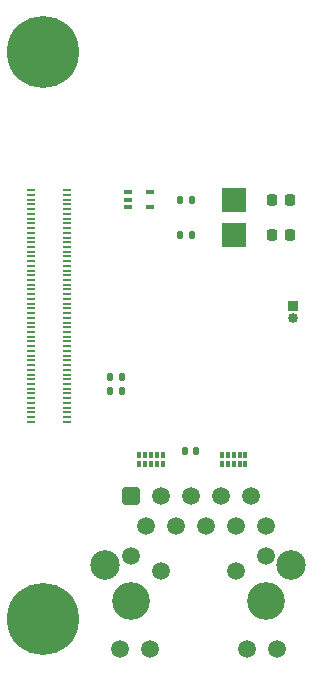
<source format=gbr>
G04 #@! TF.GenerationSoftware,KiCad,Pcbnew,(5.99.0-10539-g7356f9568d)*
G04 #@! TF.CreationDate,2021-06-02T15:47:54+01:00*
G04 #@! TF.ProjectId,CM4IOv5,434d3449-4f76-4352-9e6b-696361645f70,rev?*
G04 #@! TF.SameCoordinates,Original*
G04 #@! TF.FileFunction,Soldermask,Top*
G04 #@! TF.FilePolarity,Negative*
%FSLAX46Y46*%
G04 Gerber Fmt 4.6, Leading zero omitted, Abs format (unit mm)*
G04 Created by KiCad (PCBNEW (5.99.0-10539-g7356f9568d)) date 2021-06-02 15:47:54*
%MOMM*%
%LPD*%
G01*
G04 APERTURE LIST*
G04 Aperture macros list*
%AMRoundRect*
0 Rectangle with rounded corners*
0 $1 Rounding radius*
0 $2 $3 $4 $5 $6 $7 $8 $9 X,Y pos of 4 corners*
0 Add a 4 corners polygon primitive as box body*
4,1,4,$2,$3,$4,$5,$6,$7,$8,$9,$2,$3,0*
0 Add four circle primitives for the rounded corners*
1,1,$1+$1,$2,$3*
1,1,$1+$1,$4,$5*
1,1,$1+$1,$6,$7*
1,1,$1+$1,$8,$9*
0 Add four rect primitives between the rounded corners*
20,1,$1+$1,$2,$3,$4,$5,0*
20,1,$1+$1,$4,$5,$6,$7,0*
20,1,$1+$1,$6,$7,$8,$9,0*
20,1,$1+$1,$8,$9,$2,$3,0*%
G04 Aperture macros list end*
%ADD10RoundRect,0.135000X0.135000X0.185000X-0.135000X0.185000X-0.135000X-0.185000X0.135000X-0.185000X0*%
%ADD11R,0.650000X0.400000*%
%ADD12R,0.300000X0.550000*%
%ADD13R,0.400000X0.550000*%
%ADD14R,2.000000X2.000000*%
%ADD15RoundRect,0.218750X-0.218750X-0.256250X0.218750X-0.256250X0.218750X0.256250X-0.218750X0.256250X0*%
%ADD16R,0.700000X0.200000*%
%ADD17C,6.100000*%
%ADD18R,0.850000X0.850000*%
%ADD19O,0.850000X0.850000*%
%ADD20RoundRect,0.140000X0.140000X0.170000X-0.140000X0.170000X-0.140000X-0.170000X0.140000X-0.170000X0*%
%ADD21C,3.200000*%
%ADD22RoundRect,0.250500X-0.499500X-0.499500X0.499500X-0.499500X0.499500X0.499500X-0.499500X0.499500X0*%
%ADD23C,1.500000*%
%ADD24C,2.500000*%
G04 APERTURE END LIST*
D10*
X115710000Y-91400000D03*
X114690000Y-91400000D03*
X115710000Y-94400000D03*
X114690000Y-94400000D03*
D11*
X110250000Y-90750000D03*
X110250000Y-91400000D03*
X110250000Y-92050000D03*
X112150000Y-92050000D03*
X112150000Y-90750000D03*
D12*
X120200000Y-113015000D03*
X119700000Y-113015000D03*
D13*
X119200000Y-113015000D03*
D12*
X118700000Y-113015000D03*
X118200000Y-113015000D03*
X118200000Y-113785000D03*
X118700000Y-113785000D03*
D13*
X119200000Y-113785000D03*
D12*
X119700000Y-113785000D03*
X120200000Y-113785000D03*
D10*
X109710000Y-107600000D03*
X108690000Y-107600000D03*
D14*
X119200000Y-91400000D03*
D15*
X122412500Y-94400000D03*
X123987500Y-94400000D03*
D16*
X102020000Y-90600000D03*
X105100000Y-90600000D03*
X102020000Y-91000000D03*
X105100000Y-91000000D03*
X102020000Y-91400000D03*
X105100000Y-91400000D03*
X102020000Y-91800000D03*
X105100000Y-91800000D03*
X102020000Y-92200000D03*
X105100000Y-92200000D03*
X102020000Y-92600000D03*
X105100000Y-92600000D03*
X102020000Y-93000000D03*
X105100000Y-93000000D03*
X102020000Y-93400000D03*
X105100000Y-93400000D03*
X102020000Y-93800000D03*
X105100000Y-93800000D03*
X102020000Y-94200000D03*
X105100000Y-94200000D03*
X102020000Y-94600000D03*
X105100000Y-94600000D03*
X102020000Y-95000000D03*
X105100000Y-95000000D03*
X102020000Y-95400000D03*
X105100000Y-95400000D03*
X102020000Y-95800000D03*
X105100000Y-95800000D03*
X102020000Y-96200000D03*
X105100000Y-96200000D03*
X102020000Y-96600000D03*
X105100000Y-96600000D03*
X102020000Y-97000000D03*
X105100000Y-97000000D03*
X102020000Y-97400000D03*
X105100000Y-97400000D03*
X102020000Y-97800000D03*
X105100000Y-97800000D03*
X102020000Y-98200000D03*
X105100000Y-98200000D03*
X102020000Y-98600000D03*
X105100000Y-98600000D03*
X102020000Y-99000000D03*
X105100000Y-99000000D03*
X102020000Y-99400000D03*
X105100000Y-99400000D03*
X102020000Y-99800000D03*
X105100000Y-99800000D03*
X102020000Y-100200000D03*
X105100000Y-100200000D03*
X102020000Y-100600000D03*
X105100000Y-100600000D03*
X102020000Y-101000000D03*
X105100000Y-101000000D03*
X102020000Y-101400000D03*
X105100000Y-101400000D03*
X102020000Y-101800000D03*
X105100000Y-101800000D03*
X102020000Y-102200000D03*
X105100000Y-102200000D03*
X102020000Y-102600000D03*
X105100000Y-102600000D03*
X102020000Y-103000000D03*
X105100000Y-103000000D03*
X102020000Y-103400000D03*
X105100000Y-103400000D03*
X102020000Y-103800000D03*
X105100000Y-103800000D03*
X102020000Y-104200000D03*
X105100000Y-104200000D03*
X102020000Y-104600000D03*
X105100000Y-104600000D03*
X102020000Y-105000000D03*
X105100000Y-105000000D03*
X102020000Y-105400000D03*
X105100000Y-105400000D03*
X102020000Y-105800000D03*
X105100000Y-105800000D03*
X102020000Y-106200000D03*
X105100000Y-106200000D03*
X102020000Y-106600000D03*
X105100000Y-106600000D03*
X102020000Y-107000000D03*
X105100000Y-107000000D03*
X102020000Y-107400000D03*
X105100000Y-107400000D03*
X102020000Y-107800000D03*
X105100000Y-107800000D03*
X102020000Y-108200000D03*
X105100000Y-108200000D03*
X102020000Y-108600000D03*
X105100000Y-108600000D03*
X102020000Y-109000000D03*
X105100000Y-109000000D03*
X102020000Y-109400000D03*
X105100000Y-109400000D03*
X102020000Y-109800000D03*
X105100000Y-109800000D03*
X102020000Y-110200000D03*
X105100000Y-110200000D03*
D17*
X103100000Y-126900000D03*
X103100000Y-78900000D03*
D15*
X122412500Y-91400000D03*
X123987500Y-91400000D03*
D18*
X124200000Y-100400000D03*
D19*
X124200000Y-101400000D03*
D10*
X109710000Y-106400000D03*
X108690000Y-106400000D03*
D20*
X116017500Y-112700000D03*
X115057500Y-112700000D03*
D21*
X110485000Y-125387500D03*
X121915000Y-125387500D03*
D22*
X110485000Y-116497500D03*
D23*
X111755000Y-119037500D03*
X113025000Y-116497500D03*
X114295000Y-119037500D03*
X115565000Y-116497500D03*
X116835000Y-119037500D03*
X118105000Y-116497500D03*
X119375000Y-119037500D03*
X120645000Y-116497500D03*
X121915000Y-119037500D03*
X110485000Y-121557500D03*
X113025000Y-122827500D03*
X119375000Y-122827500D03*
X121915000Y-121557500D03*
X109570000Y-129447500D03*
X112110000Y-129447500D03*
X120290000Y-129447500D03*
X122830000Y-129447500D03*
D24*
X108325000Y-122337500D03*
X124075000Y-122337500D03*
D12*
X113200000Y-113015000D03*
X112700000Y-113015000D03*
D13*
X112200000Y-113015000D03*
D12*
X111700000Y-113015000D03*
X111200000Y-113015000D03*
X111200000Y-113785000D03*
X111700000Y-113785000D03*
D13*
X112200000Y-113785000D03*
D12*
X112700000Y-113785000D03*
X113200000Y-113785000D03*
D14*
X119200000Y-94400000D03*
M02*

</source>
